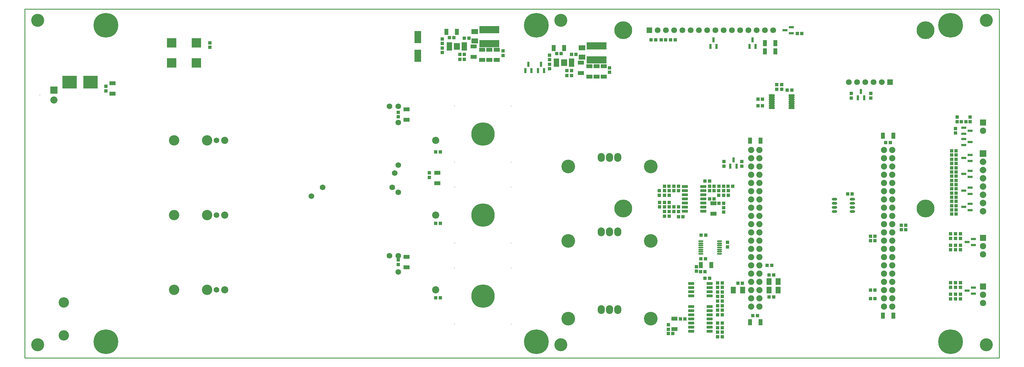
<source format=gts>
G04 Layer_Color=8388736*
%FSLAX43Y43*%
%MOMM*%
G71*
G01*
G75*
%ADD36C,0.254*%
%ADD77R,2.903X2.903*%
%ADD78O,1.550X0.500*%
%ADD79R,6.203X2.203*%
%ADD80R,0.803X1.553*%
%ADD81O,1.653X0.853*%
%ADD82R,2.003X1.543*%
%ADD83R,1.003X1.103*%
G04:AMPARAMS|DCode=84|XSize=0.653mm|YSize=1.803mm|CornerRadius=0.151mm|HoleSize=0mm|Usage=FLASHONLY|Rotation=90.000|XOffset=0mm|YOffset=0mm|HoleType=Round|Shape=RoundedRectangle|*
%AMROUNDEDRECTD84*
21,1,0.653,1.501,0,0,90.0*
21,1,0.351,1.803,0,0,90.0*
1,1,0.302,0.750,0.175*
1,1,0.302,0.750,-0.175*
1,1,0.302,-0.750,-0.175*
1,1,0.302,-0.750,0.175*
%
%ADD84ROUNDEDRECTD84*%
%ADD85R,4.443X4.013*%
%ADD86R,2.003X3.753*%
%ADD87C,4.000*%
G04:AMPARAMS|DCode=88|XSize=0.853mm|YSize=1.853mm|CornerRadius=0.15mm|HoleSize=0mm|Usage=FLASHONLY|Rotation=90.000|XOffset=0mm|YOffset=0mm|HoleType=Round|Shape=RoundedRectangle|*
%AMROUNDEDRECTD88*
21,1,0.853,1.552,0,0,90.0*
21,1,0.552,1.853,0,0,90.0*
1,1,0.301,0.776,0.276*
1,1,0.301,0.776,-0.276*
1,1,0.301,-0.776,-0.276*
1,1,0.301,-0.776,0.276*
%
%ADD88ROUNDEDRECTD88*%
%ADD89R,1.903X1.203*%
%ADD90R,1.103X1.003*%
G04:AMPARAMS|DCode=91|XSize=0.503mm|YSize=1.753mm|CornerRadius=0.151mm|HoleSize=0mm|Usage=FLASHONLY|Rotation=90.000|XOffset=0mm|YOffset=0mm|HoleType=Round|Shape=RoundedRectangle|*
%AMROUNDEDRECTD91*
21,1,0.503,1.451,0,0,90.0*
21,1,0.201,1.753,0,0,90.0*
1,1,0.302,0.726,0.101*
1,1,0.302,0.726,-0.101*
1,1,0.302,-0.726,-0.101*
1,1,0.302,-0.726,0.101*
%
%ADD91ROUNDEDRECTD91*%
G04:AMPARAMS|DCode=92|XSize=1.933mm|YSize=2.103mm|CornerRadius=0.153mm|HoleSize=0mm|Usage=FLASHONLY|Rotation=0.000|XOffset=0mm|YOffset=0mm|HoleType=Round|Shape=RoundedRectangle|*
%AMROUNDEDRECTD92*
21,1,1.933,1.796,0,0,0.0*
21,1,1.626,2.103,0,0,0.0*
1,1,0.307,0.813,-0.898*
1,1,0.307,-0.813,-0.898*
1,1,0.307,-0.813,0.898*
1,1,0.307,0.813,0.898*
%
%ADD92ROUNDEDRECTD92*%
%ADD93R,1.553X0.803*%
%ADD94R,1.543X2.003*%
%ADD95R,1.203X1.903*%
%ADD96O,2.203X2.703*%
%ADD97C,0.203*%
%ADD98C,7.203*%
%ADD99C,1.727*%
%ADD100C,2.203*%
%ADD101C,3.203*%
%ADD102C,1.803*%
%ADD103R,1.803X1.803*%
%ADD104C,7.603*%
%ADD105C,5.503*%
%ADD106C,1.903*%
%ADD107R,1.953X1.953*%
%ADD108C,1.953*%
%ADD109C,4.203*%
%ADD110R,0.203X0.203*%
%ADD111R,2.203X2.203*%
%ADD112C,2.003*%
%ADD113R,2.003X2.003*%
%ADD114C,0.803*%
D36*
X0Y0D02*
X300000D01*
Y107500D01*
X0D02*
X300000D01*
X0Y0D02*
Y107500D01*
D77*
X45190Y97110D02*
D03*
X52810D02*
D03*
Y90890D02*
D03*
X45190D02*
D03*
D78*
X208125Y35950D02*
D03*
Y35300D02*
D03*
Y34650D02*
D03*
Y34000D02*
D03*
Y33350D02*
D03*
Y32700D02*
D03*
Y32050D02*
D03*
X213875Y35950D02*
D03*
Y35300D02*
D03*
Y34650D02*
D03*
Y34000D02*
D03*
Y33350D02*
D03*
Y32700D02*
D03*
Y32050D02*
D03*
D79*
X176000Y96150D02*
D03*
Y91850D02*
D03*
X143000Y101150D02*
D03*
Y96850D02*
D03*
D80*
X157950Y88525D02*
D03*
X159850D02*
D03*
X158900Y90475D02*
D03*
X218130Y61045D02*
D03*
X219080Y59095D02*
D03*
X217180D02*
D03*
X224000Y97975D02*
D03*
X224950Y96025D02*
D03*
X223050D02*
D03*
X212000Y97975D02*
D03*
X212950Y96025D02*
D03*
X211050D02*
D03*
X257400Y82075D02*
D03*
X258350Y80125D02*
D03*
X256450D02*
D03*
X154050Y88525D02*
D03*
X155950D02*
D03*
X155000Y90475D02*
D03*
D81*
X249275Y48905D02*
D03*
Y47635D02*
D03*
Y46365D02*
D03*
Y45095D02*
D03*
X254725Y48905D02*
D03*
Y47635D02*
D03*
Y46365D02*
D03*
Y45095D02*
D03*
D82*
X171500Y95530D02*
D03*
Y92670D02*
D03*
X138500Y97670D02*
D03*
Y100530D02*
D03*
D83*
X260300Y18300D02*
D03*
X261700D02*
D03*
X289700Y72800D02*
D03*
X288300D02*
D03*
X260300Y36100D02*
D03*
X261700D02*
D03*
X271200Y39500D02*
D03*
X269800D02*
D03*
X261700Y37500D02*
D03*
X260300D02*
D03*
X269800Y40900D02*
D03*
X271200D02*
D03*
X227100Y77700D02*
D03*
X225700D02*
D03*
X227100Y79700D02*
D03*
X225700D02*
D03*
X239200Y100000D02*
D03*
X237800D02*
D03*
X210800Y54500D02*
D03*
X209400D02*
D03*
X201200Y43500D02*
D03*
X202600D02*
D03*
X209400Y24500D02*
D03*
X210800D02*
D03*
X198800Y98000D02*
D03*
X200200D02*
D03*
X197300D02*
D03*
X195900D02*
D03*
X286700Y52100D02*
D03*
X285300D02*
D03*
X286700Y50800D02*
D03*
X285300D02*
D03*
X286700Y46900D02*
D03*
X285300D02*
D03*
X286700Y45600D02*
D03*
X285300D02*
D03*
X133900Y93500D02*
D03*
X135300D02*
D03*
Y92000D02*
D03*
X133900D02*
D03*
X166900Y88500D02*
D03*
X168300D02*
D03*
Y87000D02*
D03*
X166900D02*
D03*
X127900Y63500D02*
D03*
X126500D02*
D03*
X212200Y51500D02*
D03*
X210800D02*
D03*
Y52900D02*
D03*
X212200D02*
D03*
X217900D02*
D03*
X216500D02*
D03*
X127900Y41500D02*
D03*
X126500D02*
D03*
X199800Y51500D02*
D03*
X201200D02*
D03*
Y52900D02*
D03*
X199800D02*
D03*
X127900Y18500D02*
D03*
X126500D02*
D03*
X199800Y46500D02*
D03*
X201200D02*
D03*
Y45100D02*
D03*
X199800D02*
D03*
X214700Y9300D02*
D03*
X213300D02*
D03*
X213300Y6500D02*
D03*
X214700D02*
D03*
X214700Y20300D02*
D03*
X213300D02*
D03*
Y23100D02*
D03*
X214700D02*
D03*
X214700Y14700D02*
D03*
X213300D02*
D03*
Y17500D02*
D03*
X214700D02*
D03*
X213700Y47600D02*
D03*
X215100D02*
D03*
X199500Y7500D02*
D03*
X198100D02*
D03*
X234700Y82500D02*
D03*
X236100D02*
D03*
X194200Y98000D02*
D03*
X192800D02*
D03*
X130700Y98700D02*
D03*
X132100D02*
D03*
X136700Y98500D02*
D03*
X135300D02*
D03*
X165100Y93800D02*
D03*
X163700D02*
D03*
X169700Y93500D02*
D03*
X168300D02*
D03*
X253300Y50500D02*
D03*
X254700D02*
D03*
X266430Y66370D02*
D03*
X265030D02*
D03*
X224130Y12970D02*
D03*
X225530D02*
D03*
X212200Y49000D02*
D03*
X210800D02*
D03*
X209500Y30500D02*
D03*
X208100D02*
D03*
X209400Y26600D02*
D03*
X208000D02*
D03*
X213700Y52900D02*
D03*
X215100D02*
D03*
X198300D02*
D03*
X196900D02*
D03*
X209600Y37800D02*
D03*
X208200D02*
D03*
X201800Y12000D02*
D03*
X203200D02*
D03*
X214700Y10700D02*
D03*
X213300D02*
D03*
Y7900D02*
D03*
X214700D02*
D03*
X214700Y18900D02*
D03*
X213300D02*
D03*
Y21700D02*
D03*
X214700D02*
D03*
X214700Y13300D02*
D03*
X213300D02*
D03*
Y16100D02*
D03*
X214700D02*
D03*
X285300Y56000D02*
D03*
X286700D02*
D03*
X285300Y57300D02*
D03*
X286700D02*
D03*
X285300Y61200D02*
D03*
X286700D02*
D03*
X285300Y62500D02*
D03*
X286700D02*
D03*
Y63800D02*
D03*
X285300D02*
D03*
X286700Y59900D02*
D03*
X285300D02*
D03*
X286700Y58600D02*
D03*
X285300D02*
D03*
X286700Y54700D02*
D03*
X285300D02*
D03*
X286700Y53400D02*
D03*
X285300D02*
D03*
X286700Y49500D02*
D03*
X285300D02*
D03*
X286700Y48200D02*
D03*
X285300D02*
D03*
X286700Y44300D02*
D03*
X285300D02*
D03*
X229100Y18800D02*
D03*
X230500D02*
D03*
X220900Y23000D02*
D03*
X219500D02*
D03*
X229100Y25500D02*
D03*
X230500D02*
D03*
X260300Y20900D02*
D03*
X261700D02*
D03*
X229900Y28500D02*
D03*
X228500D02*
D03*
D84*
X236050Y77050D02*
D03*
Y77700D02*
D03*
Y78350D02*
D03*
Y79000D02*
D03*
Y79650D02*
D03*
Y80300D02*
D03*
Y80950D02*
D03*
X229950Y77050D02*
D03*
Y77700D02*
D03*
Y78350D02*
D03*
Y79000D02*
D03*
Y79650D02*
D03*
Y80300D02*
D03*
Y80950D02*
D03*
D85*
X13815Y85000D02*
D03*
X20185D02*
D03*
D86*
X121000Y98875D02*
D03*
Y93125D02*
D03*
D87*
X4000Y4000D02*
D03*
X296000D02*
D03*
Y104000D02*
D03*
X4000D02*
D03*
X165000Y4000D02*
D03*
Y104000D02*
D03*
D88*
X205175Y15810D02*
D03*
Y14540D02*
D03*
Y13270D02*
D03*
Y12000D02*
D03*
Y10730D02*
D03*
Y9460D02*
D03*
Y8190D02*
D03*
X210825Y15810D02*
D03*
Y14540D02*
D03*
Y13270D02*
D03*
Y12000D02*
D03*
Y10730D02*
D03*
Y9460D02*
D03*
Y8190D02*
D03*
X205175Y22905D02*
D03*
Y21635D02*
D03*
Y20365D02*
D03*
Y19095D02*
D03*
X210825Y22905D02*
D03*
Y21635D02*
D03*
Y20365D02*
D03*
Y19095D02*
D03*
X208825Y45190D02*
D03*
Y46460D02*
D03*
Y47730D02*
D03*
Y49000D02*
D03*
Y50270D02*
D03*
Y51540D02*
D03*
Y52810D02*
D03*
X203175Y45190D02*
D03*
Y46460D02*
D03*
Y47730D02*
D03*
Y49000D02*
D03*
Y50270D02*
D03*
Y51540D02*
D03*
Y52810D02*
D03*
D89*
X200000Y8900D02*
D03*
Y12100D02*
D03*
X171200Y91000D02*
D03*
Y87800D02*
D03*
X145300Y95000D02*
D03*
Y91800D02*
D03*
X138200Y96000D02*
D03*
Y92800D02*
D03*
X143000Y95000D02*
D03*
Y91800D02*
D03*
X140800Y95000D02*
D03*
Y91800D02*
D03*
X178200Y89900D02*
D03*
Y86700D02*
D03*
X176000Y89900D02*
D03*
Y86700D02*
D03*
X173800Y89900D02*
D03*
Y86700D02*
D03*
X27000Y84600D02*
D03*
Y81400D02*
D03*
X212000Y47600D02*
D03*
Y44400D02*
D03*
X117500Y73400D02*
D03*
Y76600D02*
D03*
X127000Y57000D02*
D03*
Y53800D02*
D03*
X117500Y27900D02*
D03*
Y31100D02*
D03*
D90*
X287000Y72800D02*
D03*
Y74200D02*
D03*
X233000Y82800D02*
D03*
Y84200D02*
D03*
X231500Y82800D02*
D03*
Y84200D02*
D03*
X285000Y18200D02*
D03*
Y19600D02*
D03*
Y21740D02*
D03*
Y23140D02*
D03*
X286500Y19600D02*
D03*
Y18200D02*
D03*
Y21740D02*
D03*
Y23140D02*
D03*
X288000Y18200D02*
D03*
Y19600D02*
D03*
Y23140D02*
D03*
Y21740D02*
D03*
Y33300D02*
D03*
Y34700D02*
D03*
Y38200D02*
D03*
Y36800D02*
D03*
X216600Y50100D02*
D03*
Y51500D02*
D03*
X195400Y47900D02*
D03*
Y46500D02*
D03*
X254400Y81500D02*
D03*
Y80100D02*
D03*
X260400Y81500D02*
D03*
Y80100D02*
D03*
X128500Y98300D02*
D03*
Y96900D02*
D03*
X161500Y93300D02*
D03*
Y91900D02*
D03*
X215100Y51500D02*
D03*
Y50100D02*
D03*
X196900Y51500D02*
D03*
Y50100D02*
D03*
X195300D02*
D03*
Y51500D02*
D03*
X196900Y46500D02*
D03*
Y47900D02*
D03*
Y43700D02*
D03*
Y45100D02*
D03*
X206700Y28100D02*
D03*
Y26700D02*
D03*
X128500Y95500D02*
D03*
Y94100D02*
D03*
X147200Y94600D02*
D03*
Y93200D02*
D03*
X161500Y89100D02*
D03*
Y90500D02*
D03*
X180000Y88000D02*
D03*
Y89400D02*
D03*
X57000Y95700D02*
D03*
Y97100D02*
D03*
X25000Y82300D02*
D03*
Y83700D02*
D03*
X220730Y60470D02*
D03*
Y59070D02*
D03*
X215230Y60470D02*
D03*
Y59070D02*
D03*
X215100Y44900D02*
D03*
Y46300D02*
D03*
X115000Y75700D02*
D03*
Y74300D02*
D03*
X213600Y51500D02*
D03*
Y50100D02*
D03*
X124500Y55600D02*
D03*
Y57000D02*
D03*
X198400Y51500D02*
D03*
Y50100D02*
D03*
X115000Y30200D02*
D03*
Y28800D02*
D03*
X198400Y46500D02*
D03*
Y47900D02*
D03*
Y43700D02*
D03*
Y45100D02*
D03*
X198100Y10200D02*
D03*
Y8800D02*
D03*
X291000Y72800D02*
D03*
Y74200D02*
D03*
X286500Y38200D02*
D03*
Y36800D02*
D03*
Y33300D02*
D03*
Y34700D02*
D03*
X285000Y38200D02*
D03*
Y36800D02*
D03*
Y34700D02*
D03*
Y33300D02*
D03*
X286500Y70700D02*
D03*
Y69300D02*
D03*
X216300Y35600D02*
D03*
Y34200D02*
D03*
D91*
X168325Y92000D02*
D03*
X163675D02*
D03*
Y91500D02*
D03*
Y91000D02*
D03*
Y90500D02*
D03*
Y90000D02*
D03*
X168325Y91500D02*
D03*
Y91000D02*
D03*
Y90500D02*
D03*
Y90000D02*
D03*
X135325Y95000D02*
D03*
Y95500D02*
D03*
Y96000D02*
D03*
Y96500D02*
D03*
X130675Y95000D02*
D03*
Y95500D02*
D03*
Y96000D02*
D03*
Y96500D02*
D03*
Y97000D02*
D03*
X135325D02*
D03*
D92*
X166000Y91000D02*
D03*
X133000Y96000D02*
D03*
D93*
X234025Y101000D02*
D03*
X235975Y101950D02*
D03*
Y100050D02*
D03*
X290025Y20700D02*
D03*
X291975Y21650D02*
D03*
Y19750D02*
D03*
X289025Y61600D02*
D03*
X290975Y62550D02*
D03*
Y60650D02*
D03*
X289025Y56700D02*
D03*
X290975Y57650D02*
D03*
Y55750D02*
D03*
X289025Y51500D02*
D03*
X290975Y52450D02*
D03*
Y50550D02*
D03*
X289025Y46500D02*
D03*
X290975Y47450D02*
D03*
Y45550D02*
D03*
X291975Y34750D02*
D03*
Y36650D02*
D03*
X290025Y35700D02*
D03*
X289025Y70950D02*
D03*
Y69050D02*
D03*
X290975Y70000D02*
D03*
X289025Y67450D02*
D03*
Y65550D02*
D03*
X290975Y66500D02*
D03*
D94*
X229070Y23500D02*
D03*
X231930D02*
D03*
X218070Y20900D02*
D03*
X220930D02*
D03*
X229070D02*
D03*
X231930D02*
D03*
D95*
X231000Y97000D02*
D03*
X227800D02*
D03*
X231000Y94500D02*
D03*
X227800D02*
D03*
X129800Y100500D02*
D03*
X133000D02*
D03*
X162800Y95500D02*
D03*
X166000D02*
D03*
X223230Y66970D02*
D03*
X226430D02*
D03*
X267330Y12970D02*
D03*
X264130D02*
D03*
Y68470D02*
D03*
X267330D02*
D03*
X226430Y10970D02*
D03*
X223230D02*
D03*
X208100Y28600D02*
D03*
X211300D02*
D03*
D96*
X182550Y14900D02*
D03*
X180000D02*
D03*
X177450D02*
D03*
X182550Y61800D02*
D03*
X180000D02*
D03*
X177450D02*
D03*
Y38800D02*
D03*
X180000D02*
D03*
X182550D02*
D03*
D97*
X132350Y52650D02*
D03*
X149650Y35350D02*
D03*
Y52650D02*
D03*
X132350Y35350D02*
D03*
Y10350D02*
D03*
X149650Y27650D02*
D03*
Y10350D02*
D03*
X132350Y27650D02*
D03*
Y60350D02*
D03*
X149650Y77650D02*
D03*
Y60350D02*
D03*
X132350Y77650D02*
D03*
D98*
X141000Y44000D02*
D03*
Y19000D02*
D03*
Y69000D02*
D03*
D99*
X112250Y31500D02*
D03*
X115000Y26500D02*
D03*
Y31500D02*
D03*
X59000Y21000D02*
D03*
X91680Y52570D02*
D03*
X115000Y59380D02*
D03*
X113120Y52570D02*
D03*
X113880Y56970D02*
D03*
X115000Y51000D02*
D03*
X88200Y49800D02*
D03*
X59000Y44000D02*
D03*
X59000Y67000D02*
D03*
X115000Y77500D02*
D03*
Y72500D02*
D03*
X112250Y77500D02*
D03*
D100*
X61500Y21000D02*
D03*
X126500D02*
D03*
X9000Y79500D02*
D03*
X61500Y67000D02*
D03*
X126500D02*
D03*
X61500Y44000D02*
D03*
X126500D02*
D03*
D101*
X45920Y21000D02*
D03*
X56080D02*
D03*
X12000Y6920D02*
D03*
Y17080D02*
D03*
X45920Y67000D02*
D03*
X56080D02*
D03*
X45920Y44000D02*
D03*
X56080D02*
D03*
D102*
X253650Y85000D02*
D03*
X258730D02*
D03*
X263810D02*
D03*
X261270D02*
D03*
X256190D02*
D03*
X227810Y101000D02*
D03*
X222730D02*
D03*
X215110D02*
D03*
X210030D02*
D03*
X204950D02*
D03*
X199870D02*
D03*
X194790D02*
D03*
X197330D02*
D03*
X202410D02*
D03*
X207490D02*
D03*
X212570D02*
D03*
X217650D02*
D03*
X220190D02*
D03*
X225270D02*
D03*
X230350D02*
D03*
D103*
X266350Y85000D02*
D03*
X192250Y101000D02*
D03*
D104*
X25000Y5000D02*
D03*
Y102500D02*
D03*
X157500D02*
D03*
X285000D02*
D03*
Y5000D02*
D03*
X157500Y5000D02*
D03*
D105*
X184250Y46000D02*
D03*
Y101000D02*
D03*
X277250D02*
D03*
X277270Y46000D02*
D03*
D106*
X223560Y64100D02*
D03*
Y61560D02*
D03*
Y59020D02*
D03*
Y56480D02*
D03*
Y53940D02*
D03*
Y51400D02*
D03*
Y48860D02*
D03*
Y46320D02*
D03*
Y43780D02*
D03*
Y41240D02*
D03*
Y38700D02*
D03*
Y36160D02*
D03*
Y33620D02*
D03*
Y31080D02*
D03*
Y28540D02*
D03*
Y26000D02*
D03*
Y23460D02*
D03*
Y20920D02*
D03*
Y18380D02*
D03*
Y15840D02*
D03*
X226100Y64100D02*
D03*
Y61560D02*
D03*
Y59020D02*
D03*
Y56480D02*
D03*
Y53940D02*
D03*
Y51400D02*
D03*
Y48860D02*
D03*
Y46320D02*
D03*
Y43780D02*
D03*
Y41240D02*
D03*
Y38700D02*
D03*
Y36160D02*
D03*
Y33620D02*
D03*
Y31080D02*
D03*
Y28540D02*
D03*
Y26000D02*
D03*
Y23460D02*
D03*
Y20920D02*
D03*
Y18380D02*
D03*
Y15840D02*
D03*
X267000D02*
D03*
Y18380D02*
D03*
Y20920D02*
D03*
Y23460D02*
D03*
Y26000D02*
D03*
Y28540D02*
D03*
Y31080D02*
D03*
Y33620D02*
D03*
Y36160D02*
D03*
Y38700D02*
D03*
Y41240D02*
D03*
Y43780D02*
D03*
Y46320D02*
D03*
Y48860D02*
D03*
Y51400D02*
D03*
Y53940D02*
D03*
Y56480D02*
D03*
Y59020D02*
D03*
Y61560D02*
D03*
Y64100D02*
D03*
X264460Y15840D02*
D03*
Y18380D02*
D03*
Y20920D02*
D03*
Y23460D02*
D03*
Y26000D02*
D03*
Y28540D02*
D03*
Y31080D02*
D03*
Y33620D02*
D03*
Y36160D02*
D03*
Y38700D02*
D03*
Y41240D02*
D03*
Y43780D02*
D03*
Y46320D02*
D03*
Y48860D02*
D03*
Y51400D02*
D03*
Y53940D02*
D03*
Y56480D02*
D03*
Y59020D02*
D03*
Y61560D02*
D03*
Y64100D02*
D03*
D107*
X295000Y37000D02*
D03*
Y72500D02*
D03*
Y22000D02*
D03*
D108*
Y34460D02*
D03*
Y31920D02*
D03*
Y69960D02*
D03*
Y16920D02*
D03*
Y19460D02*
D03*
D109*
X167300Y59000D02*
D03*
X192700D02*
D03*
X167300Y12100D02*
D03*
X192700D02*
D03*
X167300Y36000D02*
D03*
X192700D02*
D03*
D110*
X4680Y81000D02*
D03*
D111*
X9000Y82500D02*
D03*
D112*
X295000Y45220D02*
D03*
Y47760D02*
D03*
Y50300D02*
D03*
Y52840D02*
D03*
Y55380D02*
D03*
Y57920D02*
D03*
Y60460D02*
D03*
D113*
Y63000D02*
D03*
D114*
X166500Y90500D02*
D03*
X165500D02*
D03*
X166500Y91500D02*
D03*
X165500D02*
D03*
X132500Y96500D02*
D03*
X133500D02*
D03*
X132500Y95500D02*
D03*
X133500D02*
D03*
M02*

</source>
